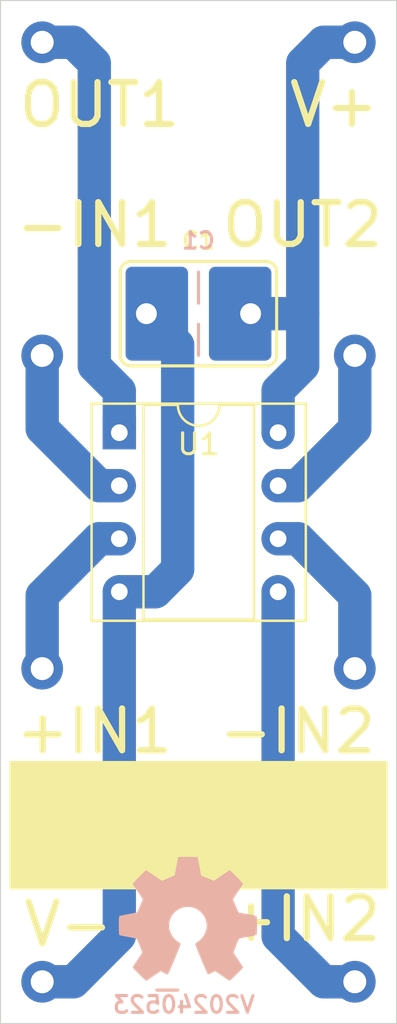
<source format=kicad_pcb>
(kicad_pcb (version 20221018) (generator pcbnew)
  (layers (0 "F.Cu" mixed) (31 "B.Cu" mixed) (34 "B.Paste" user) (35 "F.Paste" user) (36 "B.SilkS" user "B.Silkscreen") (37 "F.SilkS" user "F.Silkscreen") (38 "B.Mask" user) (39 "F.Mask" user) (44 "Edge.Cuts" user))
  (net 0 "")
  (net 1 "Net-(J4-Pin_1)")
  (net 2 "Net-(J8-Pin_1)")
  (net 3 "Net-(J1-Pin_1)")
  (net 4 "Net-(J2-Pin_1)")
  (net 5 "Net-(J3-Pin_1)")
  (net 6 "Net-(J5-Pin_1)")
  (net 7 "Net-(J6-Pin_1)")
  (net 8 "Net-(J7-Pin_1)")
  (footprint "mill-max:PC_pin_nail_head_6092" (layer "F.Cu") (at 142 63)
    (fp_text reference "J1")
    (fp_text value "OUT1" (at 2.75 3) (layer "F.SilkS") (effects (font (size 2 2) (thickness 0.3))))
    (pad "1" thru_hole circle locked (at 0 0) (size 2 2) (drill 1.1) (layers "*.Cu" "*.Mask") (net 3 "Net-(J1-Pin_1)"))
  )
  (footprint "mill-max:PC_pin_nail_head_6092" (layer "F.Cu") (at 142 78)
    (fp_text reference "J2")
    (fp_text value "-IN1" (at 2.5 -6.25) (layer "F.SilkS") (effects (font (size 2 2) (thickness 0.3))))
    (pad "1" thru_hole circle locked (at 0 0) (size 2 2) (drill 1.1) (layers "*.Cu" "*.Mask") (net 4 "Net-(J2-Pin_1)"))
  )
  (footprint "mill-max:PC_pin_nail_head_6092" (layer "F.Cu") (at 142 93)
    (fp_text reference "J3")
    (fp_text value "+IN1" (at 2.5 3) (layer "F.SilkS") (effects (font (size 2 2) (thickness 0.3))))
    (pad "1" thru_hole circle locked (at 0 0) (size 2 2) (drill 1.1) (layers "*.Cu" "*.Mask") (net 5 "Net-(J3-Pin_1)"))
  )
  (footprint "mill-max:PC_pin_nail_head_6092" (layer "F.Cu") (at 157 108)
    (fp_text reference "J5")
    (fp_text value "+IN2" (at -2.5 -3) (layer "F.SilkS") (effects (font (size 2 2) (thickness 0.3))))
    (pad "1" thru_hole circle locked (at 0 0) (size 2 2) (drill 1.1) (layers "*.Cu" "*.Mask") (net 6 "Net-(J5-Pin_1)"))
  )
  (footprint "mill-max:PC_pin_nail_head_6092" (layer "F.Cu") (at 157 93)
    (fp_text reference "J6")
    (fp_text value "-IN2" (at -2.75 3) (layer "F.SilkS") (effects (font (size 2 2) (thickness 0.3))))
    (pad "1" thru_hole circle locked (at 0 0) (size 2 2) (drill 1.1) (layers "*.Cu" "*.Mask") (net 7 "Net-(J6-Pin_1)"))
  )
  (footprint "mill-max:PC_pin_nail_head_6092" (layer "F.Cu") (at 142 108)
    (fp_text reference "J4")
    (fp_text value "V-" (at 1.25 -2.75) (layer "F.SilkS") (effects (font (size 2 2) (thickness 0.3))))
    (pad "1" thru_hole circle locked (at 0 0) (size 2 2) (drill 1.1) (layers "*.Cu" "*.Mask") (net 1 "Net-(J4-Pin_1)"))
  )
  (footprint "mill-max:PC_pin_nail_head_6092" (layer "F.Cu") (at 157 78)
    (fp_text reference "J7")
    (fp_text value "OUT2" (at -2.5 -6.25) (layer "F.SilkS") (effects (font (size 2 2) (thickness 0.3))))
    (pad "1" thru_hole circle locked (at 0 0) (size 2 2) (drill 1.1) (layers "*.Cu" "*.Mask") (net 8 "Net-(J7-Pin_1)"))
  )
  (footprint "mill-max:PC_pin_nail_head_6092" (layer "F.Cu") (at 157 63)
    (fp_text reference "J8")
    (fp_text value "V+" (at -1 3) (layer "F.SilkS") (effects (font (size 2 2) (thickness 0.3))))
    (pad "1" thru_hole circle locked (at 0 0) (size 2 2) (drill 1.1) (layers "*.Cu" "*.Mask") (net 2 "Net-(J8-Pin_1)"))
  )
  (footprint "SquantorCapacitor:C-050-050X100-0805-3516-film" (layer "F.Cu") (at 149.5 76)
    (fp_text reference "C1" (at 0 -3.5) (layer "F.SilkS") (effects (font (size 0.8 0.8))))
    (fp_text value "1u")
    (fp_text user "${REFERENCE}" (at 0 -3.5) (layer "B.SilkS") (effects (font (size 0.8 0.8)) (justify mirror)))
    (fp_line (start 0 -2) (end 0 -0.5) (stroke (width 0.15)) (layer "B.SilkS"))
    (fp_line (start 0 2) (end 0 0.5) (stroke (width 0.15)) (layer "B.SilkS"))
    (fp_line (start -3.75 -2) (end -3.75 2) (stroke (width 0.15)) (layer "F.SilkS"))
    (fp_line (start -3.25 2.5) (end 3.25 2.5) (stroke (width 0.15)) (layer "F.SilkS"))
    (fp_line (start 3.25 -2.5) (end -3.25 -2.5) (stroke (width 0.15)) (layer "F.SilkS"))
    (fp_line (start 3.75 2) (end 3.75 -2) (stroke (width 0.15)) (layer "F.SilkS"))
    (fp_arc (start -3.75 -2) (mid -3.603553 -2.353553) (end -3.25 -2.5) (stroke (width 0.15)) (layer "F.SilkS"))
    (fp_arc (start -3.25 2.5) (mid -3.603553 2.353553) (end -3.75 2) (stroke (width 0.15)) (layer "F.SilkS"))
    (fp_arc (start 3.25 -2.5) (mid 3.603553 -2.353553) (end 3.75 -2) (stroke (width 0.15)) (layer "F.SilkS"))
    (fp_arc (start 3.75 2) (mid 3.603553 2.353553) (end 3.25 2.5) (stroke (width 0.15)) (layer "F.SilkS"))
    (pad "1" thru_hole circle (at -2.5 0) (size 1.5 1.5) (drill 1) (layers "*.Cu" "*.Mask") (net 1 "Net-(J4-Pin_1)"))
    (pad "1" smd roundrect (at -2 0) (size 3 4.5) (layers "B.Cu" "B.Paste" "B.Mask") (roundrect_rratio 0.1) (net 1 "Net-(J4-Pin_1)"))
    (pad "2" smd roundrect (at 2 0) (size 3 4.5) (layers "B.Cu" "B.Paste" "B.Mask") (roundrect_rratio 0.1) (net 2 "Net-(J8-Pin_1)"))
    (pad "2" thru_hole circle (at 2.5 0) (size 1.5 1.5) (drill 1) (layers "*.Cu" "*.Mask") (net 2 "Net-(J8-Pin_1)"))
  )
  (footprint "Package_DIP:DIP-8_W7.62mm_Socket" (layer "F.Cu") (at 145.7 81.7)
    (fp_text reference "U1" (at 3.8 0.55) (layer "F.SilkS"))
    (fp_text value "opamp_dual_8pin")
    (fp_line (start -1.33 -1.39) (end -1.33 9.01) (stroke (width 0.12)) (layer "F.SilkS"))
    (fp_line (start -1.33 9.01) (end 8.95 9.01) (stroke (width 0.12)) (layer "F.SilkS"))
    (fp_line (start 1.16 -1.33) (end 1.16 8.95) (stroke (width 0.12)) (layer "F.SilkS"))
    (fp_line (start 1.16 8.95) (end 6.46 8.95) (stroke (width 0.12)) (layer "F.SilkS"))
    (fp_line (start 2.81 -1.33) (end 1.16 -1.33) (stroke (width 0.12)) (layer "F.SilkS"))
    (fp_line (start 6.46 -1.33) (end 4.81 -1.33) (stroke (width 0.12)) (layer "F.SilkS"))
    (fp_line (start 6.46 8.95) (end 6.46 -1.33) (stroke (width 0.12)) (layer "F.SilkS"))
    (fp_line (start 8.95 -1.39) (end -1.33 -1.39) (stroke (width 0.12)) (layer "F.SilkS"))
    (fp_line (start 8.95 9.01) (end 8.95 -1.39) (stroke (width 0.12)) (layer "F.SilkS"))
    (fp_arc (start 4.81 -1.33) (mid 3.81 -0.33) (end 2.81 -1.33) (stroke (width 0.12)) (layer "F.SilkS"))
    (pad "1" thru_hole rect (at 0 0) (size 1.6 1.6) (drill 0.8) (layers "*.Cu" "*.Mask") (net 3 "Net-(J1-Pin_1)"))
    (pad "2" thru_hole oval (at 0 2.54) (size 1.6 1.6) (drill 0.8) (layers "*.Cu" "*.Mask") (net 4 "Net-(J2-Pin_1)"))
    (pad "3" thru_hole oval (at 0 5.08) (size 1.6 1.6) (drill 0.8) (layers "*.Cu" "*.Mask") (net 5 "Net-(J3-Pin_1)"))
    (pad "4" thru_hole oval (at 0 7.62) (size 1.6 1.6) (drill 0.8) (layers "*.Cu" "*.Mask") (net 1 "Net-(J4-Pin_1)"))
    (pad "5" thru_hole oval (at 7.62 7.62) (size 1.6 1.6) (drill 0.8) (layers "*.Cu" "*.Mask") (net 6 "Net-(J5-Pin_1)"))
    (pad "6" thru_hole oval (at 7.62 5.08) (size 1.6 1.6) (drill 0.8) (layers "*.Cu" "*.Mask") (net 7 "Net-(J6-Pin_1)"))
    (pad "7" thru_hole oval (at 7.62 2.54) (size 1.6 1.6) (drill 0.8) (layers "*.Cu" "*.Mask") (net 8 "Net-(J7-Pin_1)"))
    (pad "8" thru_hole oval (at 7.62 0) (size 1.6 1.6) (drill 0.8) (layers "*.Cu" "*.Mask") (net 2 "Net-(J8-Pin_1)"))
  )
  (footprint "Symbol:OSHW-Symbol_6.7x6mm_SilkScreen" (layer "B.Cu") (at 149 105 180)
    (fp_text reference "N2" hide)
    (fp_text value "OHWLOGO" hide)
    (fp_poly (pts (xy 0.555814 2.531069) (xy 0.639635 2.086445) (xy 0.94892 1.958947) (xy 1.258206 1.831449) (xy 1.629246 2.083754) (xy 1.733157 2.154004) (xy 1.827087 2.216728) (xy 1.906652 2.269062) (xy 1.96747 2.308143) (xy 2.005157 2.331107) (xy 2.015421 2.336058) (xy 2.03391 2.323324) (xy 2.07342 2.288118) (xy 2.129522 2.234938) (xy 2.197787 2.168282) (xy 2.273786 2.092646) (xy 2.353092 2.012528) (xy 2.431275 1.932426) (xy 2.503907 1.856836) (xy 2.566559 1.790255) (xy 2.614803 1.737182) (xy 2.64421 1.702113) (xy 2.651241 1.690377) (xy 2.641123 1.66874) (xy 2.612759 1.621338) (xy 2.569129 1.552807) (xy 2.513218 1.467785) (xy 2.448006 1.370907) (xy 2.410219 1.31565) (xy 2.341343 1.214752) (xy 2.28014 1.123701) (xy 2.229578 1.04703) (xy 2.192628 0.989272) (xy 2.172258 0.954957) (xy 2.169197 0.947746) (xy 2.176136 0.927252) (xy 2.195051 0.879487) (xy 2.223087 0.811168) (xy 2.257391 0.729011) (xy 2.295109 0.63973) (xy 2.333387 0.550042) (xy 2.36937 0.466662) (xy 2.400206 0.396306) (xy 2.423039 0.34569) (xy 2.435017 0.321529) (xy 2.435724 0.320578) (xy 2.454531 0.315964) (xy 2.504618 0.305672) (xy 2.580793 0.290713) (xy 2.677865 0.272099) (xy 2.790643 0.250841) (xy 2.856442 0.238582) (xy 2.97695 0.215638) (xy 3.085797 0.193805) (xy 3.177476 0.174278) (xy 3.246481 0.158252) (xy 3.287304 0.146921) (xy 3.295511 0.143326) (xy 3.303548 0.118994) (xy 3.310033 0.064041) (xy 3.31497 -0.015108) (xy 3.318364 -0.112026) (xy 3.320218 -0.220287) (xy 3.320538 -0.333465) (xy 3.319327 -0.445135) (xy 3.31659 -0.548868) (xy 3.312331 -0.638241) (xy 3.306555 -0.706826) (xy 3.299267 -0.748197) (xy 3.294895 -0.75681) (xy 3.268764 -0.767133) (xy 3.213393 -0.781892) (xy 3.136107 -0.799352) (xy 3.04423 -0.81778) (xy 3.012158 -0.823741) (xy 2.857524 -0.852066) (xy 2.735375 -0.874876) (xy 2.641673 -0.89308) (xy 2.572384 -0.907583) (xy 2.523471 -0.919292) (xy 2.490897 -0.929115) (xy 2.470628 -0.937956) (xy 2.458626 -0.946724) (xy 2.456947 -0.948457) (xy 2.440184 -0.976371) (xy 2.414614 -1.030695) (xy 2.382788 -1.104777) (xy 2.34726 -1.191965) (xy 2.310583 -1.285608) (xy 2.275311 -1.379052) (xy 2.243996 -1.465647) (xy 2.219193 -1.53874) (xy 2.203454 -1.591678) (xy 2.199332 -1.617811) (xy 2.199676 -1.618726) (xy 2.213641 -1.640086) (xy 2.245322 -1.687084) (xy 2.291391 -1.754827) (xy 2.348518 -1.838423) (xy 2.413373 -1.932982) (xy 2.431843 -1.959854) (xy 2.497699 -2.057275) (xy 2.55565 -2.146163) (xy 2.602538 -2.221412) (xy 2.635207 -2.27792) (xy 2.6505 -2.310581) (xy 2.651241 -2.314593) (xy 2.638392 -2.335684) (xy 2.602888 -2.377464) (xy 2.549293 -2.435445) (xy 2.482171 -2.505135) (xy 2.406087 -2.582045) (xy 2.325604 -2.661683) (xy 2.245287 -2.739561) (xy 2.169699 -2.811186) (xy 2.103405 -2.87207) (xy 2.050969 -2.917721) (xy 2.016955 -2.94365) (xy 2.007545 -2.947883) (xy 1.985643 -2.937912) (xy 1.9408 -2.91102) (xy 1.880321 -2.871736) (xy 1.833789 -2.840117) (xy 1.749475 -2.782098) (xy 1.649626 -2.713784) (xy 1.549473 -2.645579) (xy 1.495627 -2.609075) (xy 1.313371 -2.4858) (xy 1.160381 -2.56852) (xy 1.090682 -2.604759) (xy 1.031414 -2.632926) (xy 0.991311 -2.648991) (xy 0.981103 -2.651226) (xy 0.968829 -2.634722) (xy 0.944613 -2.588082) (xy 0.910263 -2.515609) (xy 0.867588 -2.421606) (xy 0.818394 -2.310374) (xy 0.76449 -2.186215) (xy 0.707684 -2.053432) (xy 0.649782 -1.916327) (xy 0.592593 -1.779202) (xy 0.537924 -1.646358) (xy 0.487584 -1.522098) (xy 0.44338 -1.410725) (xy 0.407119 -1.316539) (xy 0.380609 -1.243844) (xy 0.365658 -1.196941) (xy 0.363254 -1.180833) (xy 0.382311 -1.160286) (xy 0.424036 -1.126933) (xy 0.479706 -1.087702) (xy 0.484378 -1.084599) (xy 0.628264 -0.969423) (xy 0.744283 -0.835053) (xy 0.83143 -0.685784) (xy 0.888699 -0.525913) (xy 0.915086 -0.359737) (xy 0.909585 -0.191552) (xy 0.87119 -0.025655) (xy 0.798895 0.133658) (xy 0.777626 0.168513) (xy 0.666996 0.309263) (xy 0.536302 0.422286) (xy 0.390064 0.506997) (xy 0.232808 0.562806) (xy 0.069057 0.589126) (xy -0.096667 0.58537) (xy -0.259838 0.55095) (xy -0.415935 0.485277) (xy -0.560433 0.387765) (xy -0.605131 0.348187) (xy -0.718888 0.224297) (xy -0.801782 0.093876) (xy -0.858644 -0.052315) (xy -0.890313 -0.197088) (xy -0.898131 -0.35986) (xy -0.872062 -0.52344) (xy -0.814755 -0.682298) (xy -0.728856 -0.830906) (xy -0.617014 -0.963735) (xy -0.481877 -1.075256) (xy -0.464117 -1.087011) (xy -0.40785 -1.125508) (xy -0.365077 -1.158863) (xy -0.344628 -1.18016) (xy -0.344331 -1.180833) (xy -0.348721 -1.203871) (xy -0.366124 -1.256157) (xy -0.394732 -1.33339) (xy -0.432735 -1.431268) (xy -0.478326 -1.545491) (xy -0.529697 -1.671758) (xy -0.585038 -1.805767) (xy -0.642542 -1.943218) (xy -0.700399 -2.079808) (xy -0.756802 -2.211237) (xy -0.809942 -2.333205) (xy -0.85801 -2.441409) (xy -0.899199 -2.531549) (xy -0.931699 -2.599323) (xy -0.953703 -2.64043) (xy -0.962564 -2.651226) (xy -0.98964 -2.642819) (xy -1.040303 -2.620272) (xy -1.105817 -2.587613) (xy -1.141841 -2.56852) (xy -1.294832 -2.4858) (xy -1.477088 -2.609075) (xy -1.570125 -2.672228) (xy -1.671985 -2.741727) (xy -1.767438 -2.807165) (xy -1.81525 -2.840117) (xy -1.882495 -2.885273) (xy -1.939436 -2.921057) (xy -1.978646 -2.942938) (xy -1.991381 -2.947563) (xy -2.009917 -2.935085) (xy -2.050941 -2.900252) (xy -2.110475 -2.846678) (xy -2.184542 -2.777983) (xy -2.269165 -2.697781) (xy -2.322685 -2.646286) (xy -2.416319 -2.554286) (xy -2.497241 -2.471999) (xy -2.562177 -2.402945) (xy -2.607858 -2.350644) (xy -2.631011 -2.318616) (xy -2.633232 -2.312116) (xy -2.622924 -2.287394) (xy -2.594439 -2.237405) (xy -2.550937 -2.167212) (xy -2.495577 -2.081875) (xy -2.43152 -1.986456) (xy -2.413303 -1.959854) (xy -2.346927 -1.863167) (xy -2.287378 -1.776117) (xy -2.237984 -1.703595) (xy -2.202075 -1.650493) (xy -2.182981 -1.621703) (xy -2.181136 -1.618726) (xy -2.183895 -1.595782) (xy -2.198538 -1.545336) (xy -2.222513 -1.474041) (xy -2.253266 -1.388547) (xy -2.288244 -1.295507) (xy -2.324893 -1.201574) (xy -2.360661 -1.113399) (xy -2.392994 -1.037634) (xy -2.419338 -0.980931) (xy -2.437142 -0.949943) (xy -2.438407 -0.948457) (xy -2.449294 -0.939601) (xy -2.467682 -0.930843) (xy -2.497606 -0.921277) (xy -2.543103 -0.909996) (xy -2.608209 -0.896093) (xy -2.696961 -0.878663) (xy -2.813393 -0.856798) (xy -2.961542 -0.829591) (xy -2.993618 -0.823741) (xy -3.088686 -0.805374) (xy -3.171565 -0.787405) (xy -3.23493 -0.771569) (xy -3.271458 -0.7596) (xy -3.276356 -0.75681) (xy -3.284427 -0.732072) (xy -3.290987 -0.67679) (xy -3.296033 -0.597389) (xy -3.299559 -0.500296) (xy -3.301561 -0.391938) (xy -3.302036 -0.27874) (xy -3.300977 -0.167128) (xy -3.298382 -0.063529) (xy -3.294246 0.025632) (xy -3.288563 0.093928) (xy -3.281331 0.134934) (xy -3.276971 0.143326) (xy -3.252698 0.151792) (xy -3.197426 0.165565) (xy -3.116662 0.18345) (xy -3.015912 0.204252) (xy -2.900683 0.226777) (xy -2.837902 0.238582) (xy -2.718787 0.260849) (xy -2.612565 0.281021) (xy -2.524427 0.298085) (xy -2.459566 0.311031) (xy -2.423174 0.318845) (xy -2.417184 0.320578) (xy -2.407061 0.34011) (xy -2.385662 0.387157) (xy -2.355839 0.454997) (xy -2.320445 0.536909) (xy -2.282332 0.626172) (xy -2.244353 0.716065) (xy -2.20936 0.799865) (xy -2.180206 0.870853) (xy -2.159743 0.922306) (xy -2.150823 0.947503) (xy -2.150657 0.948604) (xy -2.160769 0.968481) (xy -2.189117 1.014223) (xy -2.232723 1.081283) (xy -2.288606 1.165116) (xy -2.353787 1.261174) (xy -2.391679 1.31635) (xy -2.460725 1.417519) (xy -2.52205 1.50937) (xy -2.572663 1.587256) (xy -2.609571 1.646531) (xy -2.629782 1.682549) (xy -2.632701 1.690623) (xy -2.620153 1.709416) (xy -2.585463 1.749543) (xy -2.533063 1.806507) (xy -2.467384 1.875815) (xy -2.392856 1.952969) (xy -2.313913 2.033475) (xy -2.234983 2.112837) (xy -2.1605 2.18656) (xy -2.094894 2.250148) (xy -2.042596 2.299106) (xy -2.008039 2.328939) (xy -1.996478 2.336058) (xy -1.977654 2.326047) (xy -1.932631 2.297922) (xy -1.865787 2.254546) (xy -1.781499 2.198782) (xy -1.684144 2.133494) (xy -1.610707 2.083754) (xy -1.239667 1.831449) (xy -0.621095 2.086445) (xy -0.537275 2.531069) (xy -0.453454 2.975693) (xy 0.471994 2.975693) (xy 0.555814 2.531069)) (stroke (width 0.01)) (fill solid) (layer "B.SilkS"))
  )
  (footprint "SquantorLabels:Label_Generic" (layer "B.Cu") (at 148 109)
    (fp_text reference "N1" hide)
    (fp_text value "V20240523" (at 0.8 0.1) (layer "B.SilkS") (effects (font (size 0.8 0.8)) (justify mirror)))
    (fp_line (start -0.5 -0.6) (end 0.5 -0.6) (stroke (width 0.15)) (layer "B.SilkS"))
  )
  (gr_rect (start 140.5 97.5) (end 158.5 103.5) (stroke (width 0.15)) (fill solid) (layer "F.SilkS"))
  (gr_line (start 140 110) (end 159 110) (stroke (width 0.05)) (layer "Edge.Cuts"))
  (gr_line (start 159 61) (end 159 110) (stroke (width 0.05)) (layer "Edge.Cuts"))
  (gr_line (start 159 61) (end 140 61) (stroke (width 0.05)) (layer "Edge.Cuts"))
  (gr_line (start 140 110) (end 140 61) (stroke (width 0.05)) (layer "Edge.Cuts"))
  (segment (start 148.5 88.25) (end 148.5 77.5) (width 1.6) (layer "B.Cu") (net 1))
  (segment (start 143.5 108) (end 142 108) (width 1.6) (layer "B.Cu") (net 1))
  (segment (start 145.7 89.32) (end 147.43 89.32) (width 1.6) (layer "B.Cu") (net 1))
  (segment (start 145.7 89.32) (end 145.7 105.8) (width 1.6) (layer "B.Cu") (net 1))
  (segment (start 145.7 105.8) (end 143.5 108) (width 1.6) (layer "B.Cu") (net 1))
  (segment (start 147.43 89.32) (end 148.5 88.25) (width 1.6) (layer "B.Cu") (net 1))
  (segment (start 148.5 77.5) (end 147 76) (width 1.6) (layer "B.Cu") (net 1))
  (segment (start 152 76) (end 154.5 76) (width 1.6) (layer "B.Cu") (net 2))
  (segment (start 154.5 78.5) (end 154.5 76) (width 1.6) (layer "B.Cu") (net 2))
  (segment (start 154.5 76) (end 154.5 64) (width 1.6) (layer "B.Cu") (net 2))
  (segment (start 155.5 63) (end 157 63) (width 1.6) (layer "B.Cu") (net 2))
  (segment (start 153.32 79.68) (end 154.5 78.5) (width 1.6) (layer "B.Cu") (net 2))
  (segment (start 154.5 64) (end 155.5 63) (width 1.6) (layer "B.Cu") (net 2))
  (segment (start 153.32 81.7) (end 153.32 79.68) (width 1.6) (layer "B.Cu") (net 2))
  (segment (start 144.5 78.5) (end 144.5 64) (width 1.6) (layer "B.Cu") (net 3))
  (segment (start 143.5 63) (end 142 63) (width 1.6) (layer "B.Cu") (net 3))
  (segment (start 145.7 79.7) (end 144.5 78.5) (width 1.6) (layer "B.Cu") (net 3))
  (segment (start 144.5 64) (end 143.5 63) (width 1.6) (layer "B.Cu") (net 3))
  (segment (start 145.7 81.7) (end 145.7 79.7) (width 1.6) (layer "B.Cu") (net 3))
  (segment (start 144.74 84.24) (end 142 81.5) (width 1.6) (layer "B.Cu") (net 4))
  (segment (start 145.7 84.24) (end 144.74 84.24) (width 1.6) (layer "B.Cu") (net 4))
  (segment (start 142 81.5) (end 142 78) (width 1.6) (layer "B.Cu") (net 4))
  (segment (start 142 89.5) (end 142 93) (width 1.6) (layer "B.Cu") (net 5))
  (segment (start 144.72 86.78) (end 142 89.5) (width 1.6) (layer "B.Cu") (net 5))
  (segment (start 145.7 86.78) (end 144.72 86.78) (width 1.6) (layer "B.Cu") (net 5))
  (segment (start 155.5 108) (end 157 108) (width 1.6) (layer "B.Cu") (net 6))
  (segment (start 153.32 89.32) (end 153.32 105.82) (width 1.6) (layer "B.Cu") (net 6))
  (segment (start 153.32 105.82) (end 155.5 108) (width 1.6) (layer "B.Cu") (net 6))
  (segment (start 157 89.5) (end 157 93) (width 1.6) (layer "B.Cu") (net 7))
  (segment (start 154.28 86.78) (end 157 89.5) (width 1.6) (layer "B.Cu") (net 7))
  (segment (start 153.32 86.78) (end 154.28 86.78) (width 1.6) (layer "B.Cu") (net 7))
  (segment (start 154.26 84.24) (end 157 81.5) (width 1.6) (layer "B.Cu") (net 8))
  (segment (start 157 81.5) (end 157 78) (width 1.6) (layer "B.Cu") (net 8))
  (segment (start 153.32 84.24) (end 154.26 84.24) (width 1.6) (layer "B.Cu") (net 8))
)
</source>
